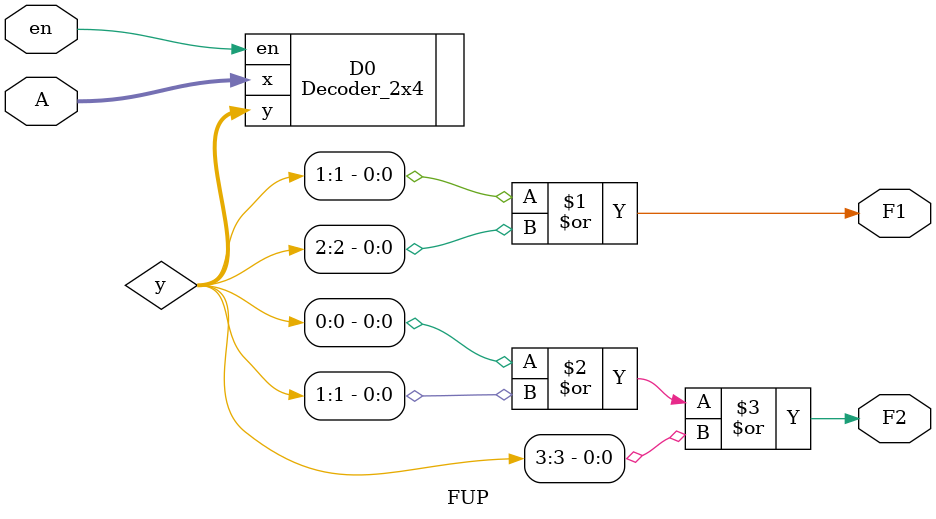
<source format=v>
`timescale 1ns / 1ps


module FUP(output F1, F2, input [1:0]A, input en);
wire [3:0]y;

    //Logic
    
    Decoder_2x4 D0(.y(y), .en(en), .x(A));
    
    assign F1 = y[1] | y[2],
           F2 = y[0] | y[1] | y[3];
           
endmodule

</source>
